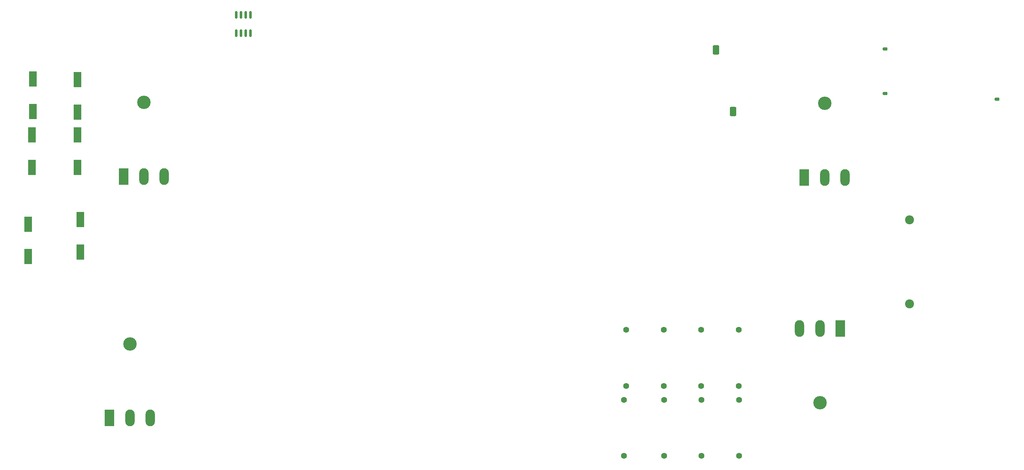
<source format=gbr>
%TF.GenerationSoftware,KiCad,Pcbnew,9.0.3*%
%TF.CreationDate,2025-09-15T08:34:33+02:00*%
%TF.ProjectId,TEST_creat_foder,54455354-5f63-4726-9561-745f666f6465,rev?*%
%TF.SameCoordinates,Original*%
%TF.FileFunction,Soldermask,Top*%
%TF.FilePolarity,Negative*%
%FSLAX46Y46*%
G04 Gerber Fmt 4.6, Leading zero omitted, Abs format (unit mm)*
G04 Created by KiCad (PCBNEW 9.0.3) date 2025-09-15 08:34:33*
%MOMM*%
%LPD*%
G01*
G04 APERTURE LIST*
G04 Aperture macros list*
%AMRoundRect*
0 Rectangle with rounded corners*
0 $1 Rounding radius*
0 $2 $3 $4 $5 $6 $7 $8 $9 X,Y pos of 4 corners*
0 Add a 4 corners polygon primitive as box body*
4,1,4,$2,$3,$4,$5,$6,$7,$8,$9,$2,$3,0*
0 Add four circle primitives for the rounded corners*
1,1,$1+$1,$2,$3*
1,1,$1+$1,$4,$5*
1,1,$1+$1,$6,$7*
1,1,$1+$1,$8,$9*
0 Add four rect primitives between the rounded corners*
20,1,$1+$1,$2,$3,$4,$5,0*
20,1,$1+$1,$4,$5,$6,$7,0*
20,1,$1+$1,$6,$7,$8,$9,0*
20,1,$1+$1,$8,$9,$2,$3,0*%
G04 Aperture macros list end*
%ADD10C,1.604000*%
%ADD11R,2.000000X4.100000*%
%ADD12C,3.600000*%
%ADD13R,2.500000X4.500000*%
%ADD14O,2.500000X4.500000*%
%ADD15RoundRect,0.150000X-0.150000X0.825000X-0.150000X-0.825000X0.150000X-0.825000X0.150000X0.825000X0*%
%ADD16C,2.400000*%
%ADD17RoundRect,0.256800X-0.599200X0.976200X-0.599200X-0.976200X0.599200X-0.976200X0.599200X0.976200X0*%
%ADD18RoundRect,0.115500X-0.519500X0.269500X-0.519500X-0.269500X0.519500X-0.269500X0.519500X0.269500X0*%
G04 APERTURE END LIST*
D10*
%TO.C,C78*%
X247100000Y-171500000D03*
X247100000Y-186500000D03*
%TD*%
D11*
%TO.C,C7*%
X101000000Y-141900000D03*
X101000000Y-150600000D03*
%TD*%
D12*
%TO.C,Q1*%
X300250000Y-110750000D03*
D13*
X294800000Y-130610000D03*
D14*
X300250000Y-130610000D03*
X305700000Y-130610000D03*
%TD*%
D10*
%TO.C,C74*%
X246500000Y-190250000D03*
X246500000Y-205250000D03*
%TD*%
%TO.C,C76*%
X267200000Y-171500000D03*
X267200000Y-186500000D03*
%TD*%
D11*
%TO.C,C81*%
X100250000Y-104400000D03*
X100250000Y-113100000D03*
%TD*%
%TO.C,C79*%
X100250000Y-119250000D03*
X100250000Y-127950000D03*
%TD*%
D15*
%TO.C,IC1*%
X146500000Y-87050000D03*
X145230000Y-87050000D03*
X143960000Y-87050000D03*
X142690000Y-87050000D03*
X142690000Y-92000000D03*
X143960000Y-92000000D03*
X145230000Y-92000000D03*
X146500000Y-92000000D03*
%TD*%
D12*
%TO.C,Q3*%
X118000000Y-110530000D03*
D13*
X112550000Y-130390000D03*
D14*
X118000000Y-130390000D03*
X123450000Y-130390000D03*
%TD*%
D11*
%TO.C,C80*%
X88000000Y-119250000D03*
X88000000Y-127950000D03*
%TD*%
D16*
%TO.C,Cdc1*%
X323000000Y-142000000D03*
X323000000Y-164500000D03*
%TD*%
D10*
%TO.C,C77*%
X257150000Y-171500000D03*
X257150000Y-186500000D03*
%TD*%
%TO.C,C72*%
X267300000Y-190250000D03*
X267300000Y-205250000D03*
%TD*%
D12*
%TO.C,Q4*%
X114250000Y-175250000D03*
D13*
X108800000Y-195110000D03*
D14*
X114250000Y-195110000D03*
X119700000Y-195110000D03*
%TD*%
D11*
%TO.C,C6*%
X88250000Y-104250000D03*
X88250000Y-112950000D03*
%TD*%
D17*
%TO.C,L2*%
X271200000Y-96425000D03*
X275700000Y-112925000D03*
%TD*%
D11*
%TO.C,C8*%
X87000000Y-143150000D03*
X87000000Y-151850000D03*
%TD*%
D12*
%TO.C,Q2*%
X299000000Y-191000000D03*
D13*
X304450000Y-171140000D03*
D14*
X299000000Y-171140000D03*
X293550000Y-171140000D03*
%TD*%
D10*
%TO.C,C21*%
X277350000Y-190250000D03*
X277350000Y-205250000D03*
%TD*%
%TO.C,C73*%
X257250000Y-190250000D03*
X257250000Y-205250000D03*
%TD*%
D18*
%TO.C,T2*%
X346442500Y-109660000D03*
X316442500Y-96160000D03*
X316442500Y-108160000D03*
%TD*%
D10*
%TO.C,C75*%
X277250000Y-171500000D03*
X277250000Y-186500000D03*
%TD*%
M02*

</source>
